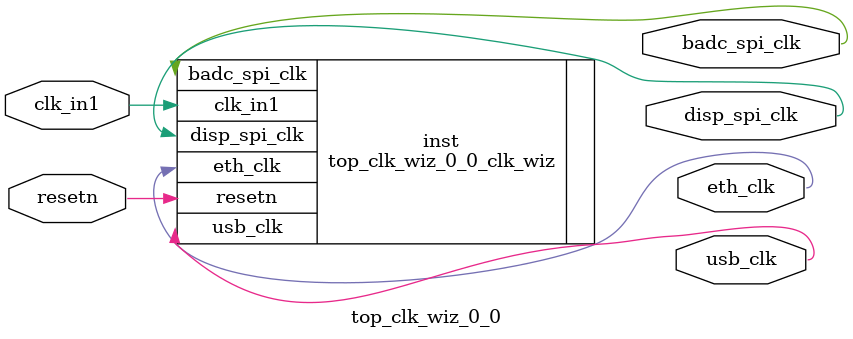
<source format=v>


`timescale 1ps/1ps

(* CORE_GENERATION_INFO = "top_clk_wiz_0_0,clk_wiz_v6_0_13_0_0,{component_name=top_clk_wiz_0_0,use_phase_alignment=true,use_min_o_jitter=false,use_max_i_jitter=false,use_dyn_phase_shift=false,use_inclk_switchover=false,use_dyn_reconfig=false,enable_axi=0,feedback_source=FDBK_AUTO,PRIMITIVE=PLL,num_out_clk=4,clkin1_period=20.000,clkin2_period=10.000,use_power_down=false,use_reset=true,use_locked=false,use_inclk_stopped=false,feedback_type=SINGLE,CLOCK_MGR_TYPE=NA,manual_override=false}" *)

module top_clk_wiz_0_0 
 (
  // Clock out ports
  output        eth_clk,
  output        usb_clk,
  output        badc_spi_clk,
  output        disp_spi_clk,
  // Status and control signals
  input         resetn,
 // Clock in ports
  input         clk_in1
 );

  top_clk_wiz_0_0_clk_wiz inst
  (
  // Clock out ports  
  .eth_clk(eth_clk),
  .usb_clk(usb_clk),
  .badc_spi_clk(badc_spi_clk),
  .disp_spi_clk(disp_spi_clk),
  // Status and control signals               
  .resetn(resetn), 
 // Clock in ports
  .clk_in1(clk_in1)
  );

endmodule

</source>
